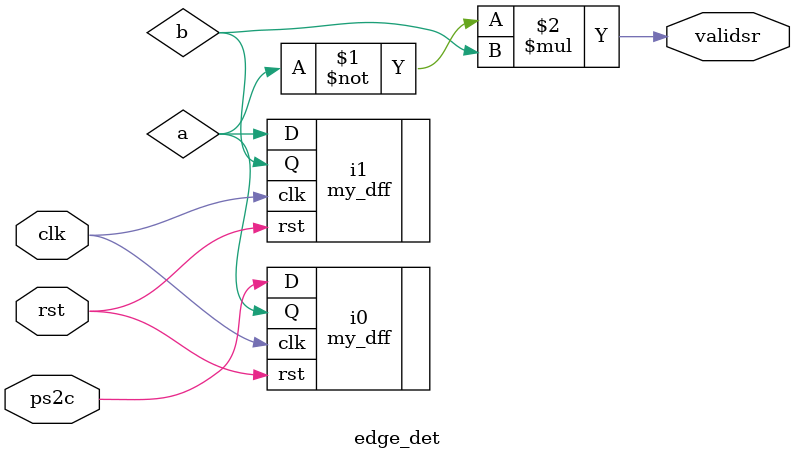
<source format=v>
module edge_det(ps2c,clk,validsr, rst);
	
	input ps2c, clk, rst;
	output validsr;
	
	wire a, b;
	
	
	my_dff	i0(.D(ps2c), .clk(clk), .Q(a), .rst(rst));
	my_dff	i1(.D(a), .clk(clk), .Q(b), .rst(rst));
	
	assign validsr = ~a*b;
	

endmodule 
</source>
